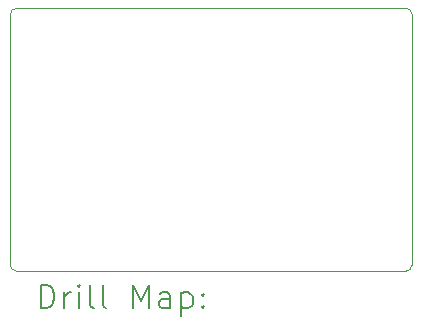
<source format=gbr>
%TF.GenerationSoftware,KiCad,Pcbnew,8.0.5*%
%TF.CreationDate,2024-10-05T11:22:09+02:00*%
%TF.ProjectId,DRV2605-breakout,44525632-3630-4352-9d62-7265616b6f75,rev?*%
%TF.SameCoordinates,Original*%
%TF.FileFunction,Drillmap*%
%TF.FilePolarity,Positive*%
%FSLAX45Y45*%
G04 Gerber Fmt 4.5, Leading zero omitted, Abs format (unit mm)*
G04 Created by KiCad (PCBNEW 8.0.5) date 2024-10-05 11:22:09*
%MOMM*%
%LPD*%
G01*
G04 APERTURE LIST*
%ADD10C,0.050000*%
%ADD11C,0.200000*%
G04 APERTURE END LIST*
D10*
X10175000Y-8600000D02*
G75*
G02*
X10125000Y-8550000I0J50000D01*
G01*
X13525000Y-8550000D02*
G75*
G02*
X13475000Y-8600000I-50000J0D01*
G01*
X10125000Y-6425000D02*
G75*
G02*
X10175000Y-6375000I50000J0D01*
G01*
X13475000Y-6375000D02*
G75*
G02*
X13525000Y-6425000I0J-50000D01*
G01*
X10125000Y-8550000D02*
X10125000Y-6425000D01*
X13525000Y-6425000D02*
X13525000Y-8550000D01*
X13475000Y-8600000D02*
X10175000Y-8600000D01*
X10175000Y-6375000D02*
X13475000Y-6375000D01*
D11*
X10383277Y-8913984D02*
X10383277Y-8713984D01*
X10383277Y-8713984D02*
X10430896Y-8713984D01*
X10430896Y-8713984D02*
X10459467Y-8723508D01*
X10459467Y-8723508D02*
X10478515Y-8742555D01*
X10478515Y-8742555D02*
X10488039Y-8761603D01*
X10488039Y-8761603D02*
X10497563Y-8799698D01*
X10497563Y-8799698D02*
X10497563Y-8828270D01*
X10497563Y-8828270D02*
X10488039Y-8866365D01*
X10488039Y-8866365D02*
X10478515Y-8885412D01*
X10478515Y-8885412D02*
X10459467Y-8904460D01*
X10459467Y-8904460D02*
X10430896Y-8913984D01*
X10430896Y-8913984D02*
X10383277Y-8913984D01*
X10583277Y-8913984D02*
X10583277Y-8780650D01*
X10583277Y-8818746D02*
X10592801Y-8799698D01*
X10592801Y-8799698D02*
X10602324Y-8790174D01*
X10602324Y-8790174D02*
X10621372Y-8780650D01*
X10621372Y-8780650D02*
X10640420Y-8780650D01*
X10707086Y-8913984D02*
X10707086Y-8780650D01*
X10707086Y-8713984D02*
X10697563Y-8723508D01*
X10697563Y-8723508D02*
X10707086Y-8733031D01*
X10707086Y-8733031D02*
X10716610Y-8723508D01*
X10716610Y-8723508D02*
X10707086Y-8713984D01*
X10707086Y-8713984D02*
X10707086Y-8733031D01*
X10830896Y-8913984D02*
X10811848Y-8904460D01*
X10811848Y-8904460D02*
X10802324Y-8885412D01*
X10802324Y-8885412D02*
X10802324Y-8713984D01*
X10935658Y-8913984D02*
X10916610Y-8904460D01*
X10916610Y-8904460D02*
X10907086Y-8885412D01*
X10907086Y-8885412D02*
X10907086Y-8713984D01*
X11164229Y-8913984D02*
X11164229Y-8713984D01*
X11164229Y-8713984D02*
X11230896Y-8856841D01*
X11230896Y-8856841D02*
X11297562Y-8713984D01*
X11297562Y-8713984D02*
X11297562Y-8913984D01*
X11478515Y-8913984D02*
X11478515Y-8809222D01*
X11478515Y-8809222D02*
X11468991Y-8790174D01*
X11468991Y-8790174D02*
X11449943Y-8780650D01*
X11449943Y-8780650D02*
X11411848Y-8780650D01*
X11411848Y-8780650D02*
X11392801Y-8790174D01*
X11478515Y-8904460D02*
X11459467Y-8913984D01*
X11459467Y-8913984D02*
X11411848Y-8913984D01*
X11411848Y-8913984D02*
X11392801Y-8904460D01*
X11392801Y-8904460D02*
X11383277Y-8885412D01*
X11383277Y-8885412D02*
X11383277Y-8866365D01*
X11383277Y-8866365D02*
X11392801Y-8847317D01*
X11392801Y-8847317D02*
X11411848Y-8837793D01*
X11411848Y-8837793D02*
X11459467Y-8837793D01*
X11459467Y-8837793D02*
X11478515Y-8828270D01*
X11573753Y-8780650D02*
X11573753Y-8980650D01*
X11573753Y-8790174D02*
X11592801Y-8780650D01*
X11592801Y-8780650D02*
X11630896Y-8780650D01*
X11630896Y-8780650D02*
X11649943Y-8790174D01*
X11649943Y-8790174D02*
X11659467Y-8799698D01*
X11659467Y-8799698D02*
X11668991Y-8818746D01*
X11668991Y-8818746D02*
X11668991Y-8875889D01*
X11668991Y-8875889D02*
X11659467Y-8894936D01*
X11659467Y-8894936D02*
X11649943Y-8904460D01*
X11649943Y-8904460D02*
X11630896Y-8913984D01*
X11630896Y-8913984D02*
X11592801Y-8913984D01*
X11592801Y-8913984D02*
X11573753Y-8904460D01*
X11754705Y-8894936D02*
X11764229Y-8904460D01*
X11764229Y-8904460D02*
X11754705Y-8913984D01*
X11754705Y-8913984D02*
X11745182Y-8904460D01*
X11745182Y-8904460D02*
X11754705Y-8894936D01*
X11754705Y-8894936D02*
X11754705Y-8913984D01*
X11754705Y-8790174D02*
X11764229Y-8799698D01*
X11764229Y-8799698D02*
X11754705Y-8809222D01*
X11754705Y-8809222D02*
X11745182Y-8799698D01*
X11745182Y-8799698D02*
X11754705Y-8790174D01*
X11754705Y-8790174D02*
X11754705Y-8809222D01*
M02*

</source>
